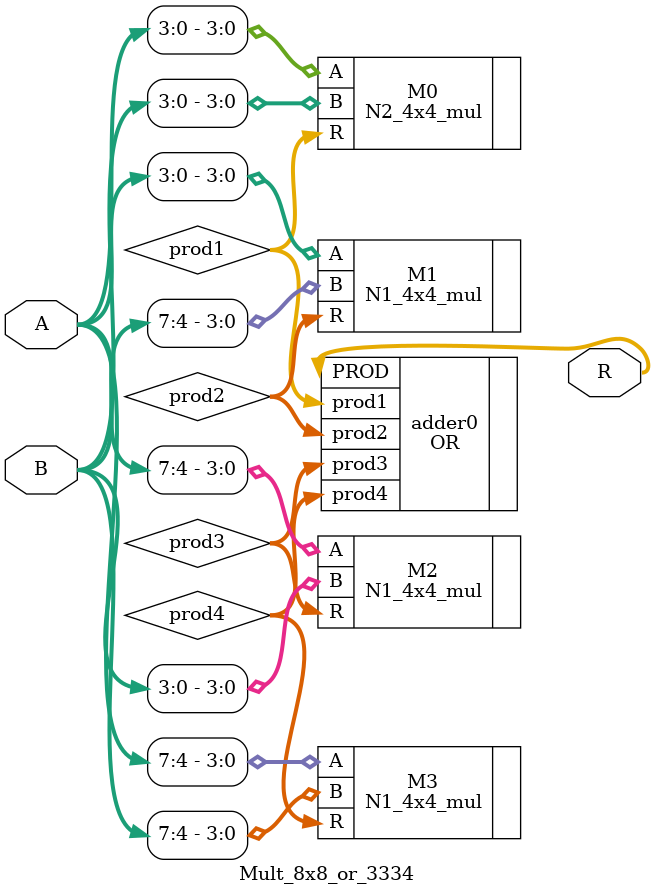
<source format=v>
module Mult_8x8_or_3334(
input [7:0] A,
input [7:0] B,
output [15:0]R
);
wire [7:0]prod1;
wire [7:0]prod2;
wire [7:0]prod3;
wire [7:0]prod4;

N2_4x4_mul M0(.A(A[3:0]),.B(B[3:0]),.R(prod1));
N1_4x4_mul M1(.A(A[3:0]),.B(B[7:4]),.R(prod2));
N1_4x4_mul M2(.A(A[7:4]),.B(B[3:0]),.R(prod3));
N1_4x4_mul M3(.A(A[7:4]),.B(B[7:4]),.R(prod4));
OR adder0(.prod1(prod1),.prod2(prod2),.prod3(prod3),.prod4(prod4),.PROD(R));
endmodule

</source>
